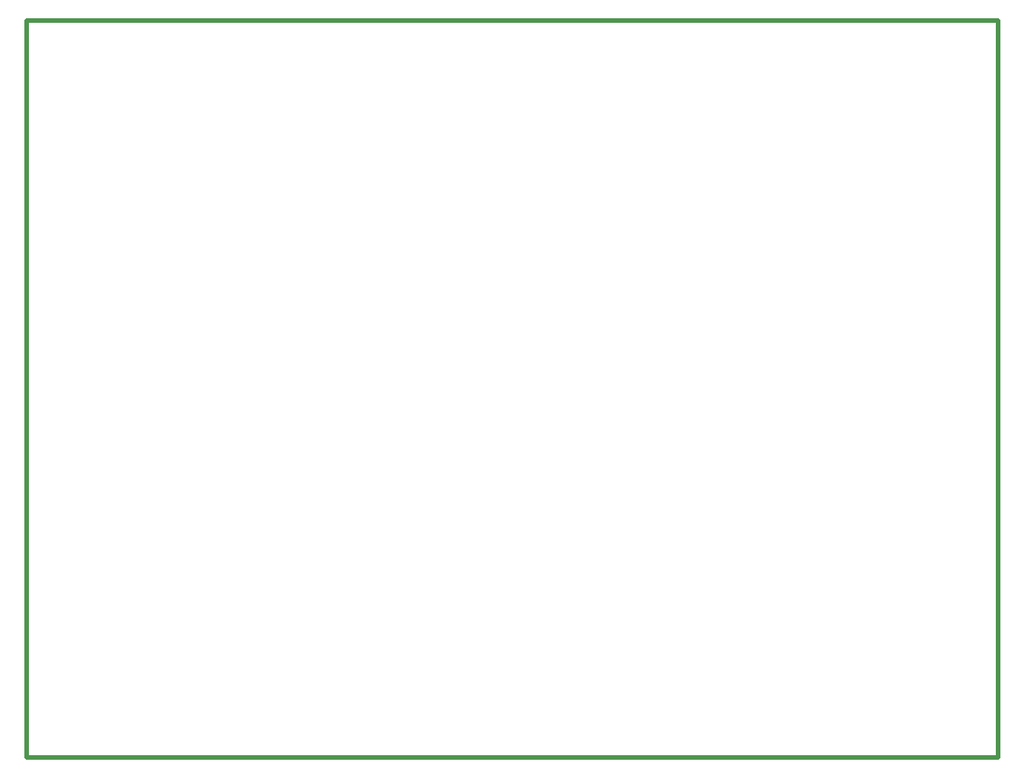
<source format=gbr>
G04 #@! TF.GenerationSoftware,KiCad,Pcbnew,(5.1.0)-1*
G04 #@! TF.CreationDate,2019-03-23T21:37:36-07:00*
G04 #@! TF.ProjectId,yuv2dvi,79757632-6476-4692-9e6b-696361645f70,0.1*
G04 #@! TF.SameCoordinates,Original*
G04 #@! TF.FileFunction,Profile,NP*
%FSLAX46Y46*%
G04 Gerber Fmt 4.6, Leading zero omitted, Abs format (unit mm)*
G04 Created by KiCad (PCBNEW (5.1.0)-1) date 2019-03-23 21:37:36*
%MOMM*%
%LPD*%
G04 APERTURE LIST*
%ADD10C,0.500000*%
G04 APERTURE END LIST*
D10*
X100000000Y-140000000D02*
X100000000Y-58000000D01*
X208000000Y-58000000D02*
X208000000Y-140000000D01*
X100000000Y-140000000D02*
X208000000Y-140000000D01*
X100000000Y-58000000D02*
X208000000Y-58000000D01*
M02*

</source>
